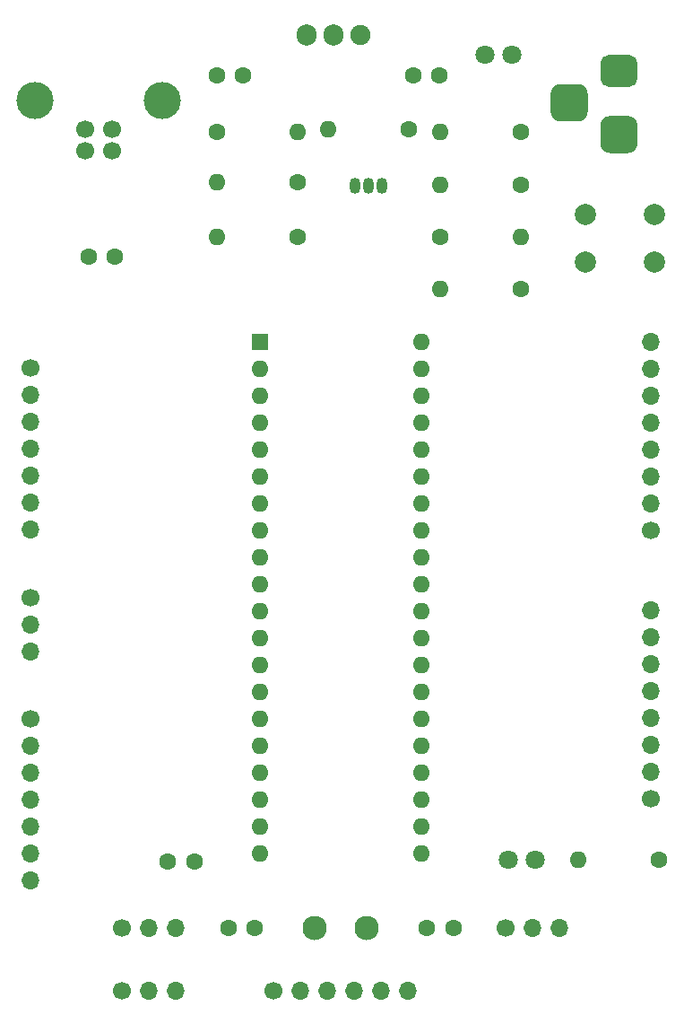
<source format=gbr>
G04 #@! TF.GenerationSoftware,KiCad,Pcbnew,(5.1.8)-1*
G04 #@! TF.CreationDate,2021-03-30T22:00:51-03:00*
G04 #@! TF.ProjectId,PIC18F4550,50494331-3846-4343-9535-302e6b696361,rev?*
G04 #@! TF.SameCoordinates,Original*
G04 #@! TF.FileFunction,Soldermask,Top*
G04 #@! TF.FilePolarity,Negative*
%FSLAX46Y46*%
G04 Gerber Fmt 4.6, Leading zero omitted, Abs format (unit mm)*
G04 Created by KiCad (PCBNEW (5.1.8)-1) date 2021-03-30 22:00:51*
%MOMM*%
%LPD*%
G01*
G04 APERTURE LIST*
%ADD10C,1.800000*%
%ADD11C,1.600000*%
%ADD12O,1.600000X1.600000*%
%ADD13R,1.600000X1.600000*%
%ADD14O,1.700000X1.700000*%
%ADD15C,1.700000*%
%ADD16C,3.500000*%
%ADD17O,1.050000X1.500000*%
%ADD18C,2.000000*%
%ADD19C,1.905000*%
%ADD20O,1.905000X2.000000*%
%ADD21C,2.300000*%
G04 APERTURE END LIST*
D10*
X173890000Y-54575000D03*
X171350000Y-54575000D03*
D11*
X174725000Y-61875000D03*
D12*
X167105000Y-61875000D03*
D13*
X150057500Y-81675000D03*
D12*
X165297500Y-129935000D03*
X150057500Y-84215000D03*
X165297500Y-127395000D03*
X150057500Y-86755000D03*
X165297500Y-124855000D03*
X150057500Y-89295000D03*
X165297500Y-122315000D03*
X150057500Y-91835000D03*
X165297500Y-119775000D03*
X150057500Y-94375000D03*
X165297500Y-117235000D03*
X150057500Y-96915000D03*
X165297500Y-114695000D03*
X150057500Y-99455000D03*
X165297500Y-112155000D03*
X150057500Y-101995000D03*
X165297500Y-109615000D03*
X150057500Y-104535000D03*
X165297500Y-107075000D03*
X150057500Y-107075000D03*
X165297500Y-104535000D03*
X150057500Y-109615000D03*
X165297500Y-101995000D03*
X150057500Y-112155000D03*
X165297500Y-99455000D03*
X150057500Y-114695000D03*
X165297500Y-96915000D03*
X150057500Y-117235000D03*
X165297500Y-94375000D03*
X150057500Y-119775000D03*
X165297500Y-91835000D03*
X150057500Y-122315000D03*
X165297500Y-89295000D03*
X150057500Y-124855000D03*
X165297500Y-86755000D03*
X150057500Y-127395000D03*
X165297500Y-84215000D03*
X150057500Y-129935000D03*
X165297500Y-81675000D03*
D11*
X141375000Y-130675000D03*
X143875000Y-130675000D03*
X133875000Y-73625000D03*
X136375000Y-73625000D03*
X149575000Y-136975000D03*
X147075000Y-136975000D03*
X168325000Y-136975000D03*
X165825000Y-136975000D03*
X145975000Y-56500000D03*
X148475000Y-56500000D03*
D10*
X173525000Y-130525000D03*
X176065000Y-130525000D03*
D11*
X164125000Y-61625000D03*
D12*
X156505000Y-61625000D03*
X145975000Y-66625000D03*
D11*
X153595000Y-66625000D03*
D14*
X142136250Y-136950000D03*
X139596250Y-136950000D03*
D15*
X137056250Y-136950000D03*
X173258750Y-136950000D03*
D14*
X175798750Y-136950000D03*
X178338750Y-136950000D03*
D15*
X137056250Y-142875000D03*
D14*
X139596250Y-142875000D03*
X142136250Y-142875000D03*
G36*
G01*
X183100000Y-60365000D02*
X184850000Y-60365000D01*
G75*
G02*
X185725000Y-61240000I0J-875000D01*
G01*
X185725000Y-62990000D01*
G75*
G02*
X184850000Y-63865000I-875000J0D01*
G01*
X183100000Y-63865000D01*
G75*
G02*
X182225000Y-62990000I0J875000D01*
G01*
X182225000Y-61240000D01*
G75*
G02*
X183100000Y-60365000I875000J0D01*
G01*
G37*
G36*
G01*
X182975000Y-54615000D02*
X184975000Y-54615000D01*
G75*
G02*
X185725000Y-55365000I0J-750000D01*
G01*
X185725000Y-56865000D01*
G75*
G02*
X184975000Y-57615000I-750000J0D01*
G01*
X182975000Y-57615000D01*
G75*
G02*
X182225000Y-56865000I0J750000D01*
G01*
X182225000Y-55365000D01*
G75*
G02*
X182975000Y-54615000I750000J0D01*
G01*
G37*
G36*
G01*
X178400000Y-57365000D02*
X180150000Y-57365000D01*
G75*
G02*
X181025000Y-58240000I0J-875000D01*
G01*
X181025000Y-59990000D01*
G75*
G02*
X180150000Y-60865000I-875000J0D01*
G01*
X178400000Y-60865000D01*
G75*
G02*
X177525000Y-59990000I0J875000D01*
G01*
X177525000Y-58240000D01*
G75*
G02*
X178400000Y-57365000I875000J0D01*
G01*
G37*
D15*
X133575000Y-63625000D03*
X136075000Y-63625000D03*
X136075000Y-61625000D03*
X133575000Y-61625000D03*
D16*
X128805000Y-58915000D03*
X140845000Y-58915000D03*
D17*
X160315000Y-66925000D03*
X159045000Y-66925000D03*
X161585000Y-66925000D03*
D12*
X167105000Y-76675000D03*
D11*
X174725000Y-76675000D03*
D12*
X180140000Y-130525000D03*
D11*
X187760000Y-130525000D03*
X174725000Y-66875000D03*
D12*
X167105000Y-66875000D03*
D11*
X145975000Y-61875000D03*
D12*
X153595000Y-61875000D03*
X145975000Y-71775000D03*
D11*
X153595000Y-71775000D03*
X167105000Y-71775000D03*
D12*
X174725000Y-71775000D03*
D18*
X180810000Y-74125000D03*
X180810000Y-69625000D03*
X187310000Y-74125000D03*
X187310000Y-69625000D03*
D19*
X159575000Y-52725000D03*
D20*
X157035000Y-52725000D03*
X154495000Y-52725000D03*
D21*
X155232500Y-136975000D03*
X160132500Y-136975000D03*
D15*
X187010000Y-124775000D03*
D14*
X187010000Y-122235000D03*
X187010000Y-119695000D03*
X187010000Y-117155000D03*
X187010000Y-114615000D03*
X187010000Y-112075000D03*
X187010000Y-109535000D03*
X187010000Y-106995000D03*
X128355000Y-99415000D03*
X128355000Y-96875000D03*
X128355000Y-94335000D03*
X128355000Y-91795000D03*
X128355000Y-89255000D03*
X128355000Y-86715000D03*
D15*
X128355000Y-84175000D03*
X128355000Y-105800000D03*
D14*
X128355000Y-108340000D03*
X128355000Y-110880000D03*
X187010000Y-81695000D03*
X187010000Y-84235000D03*
X187010000Y-86775000D03*
X187010000Y-89315000D03*
X187010000Y-91855000D03*
X187010000Y-94395000D03*
X187010000Y-96935000D03*
D15*
X187010000Y-99475000D03*
X128355000Y-117225000D03*
D14*
X128355000Y-119765000D03*
X128355000Y-122305000D03*
X128355000Y-124845000D03*
X128355000Y-127385000D03*
X128355000Y-129925000D03*
X128355000Y-132465000D03*
D11*
X164525000Y-56500000D03*
X167025000Y-56500000D03*
D15*
X151332500Y-142875000D03*
D14*
X153872500Y-142875000D03*
X156412500Y-142875000D03*
X158952500Y-142875000D03*
X161492500Y-142875000D03*
X164032500Y-142875000D03*
M02*

</source>
